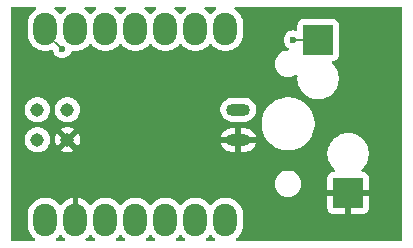
<source format=gbr>
G04 #@! TF.GenerationSoftware,KiCad,Pcbnew,8.0.6*
G04 #@! TF.CreationDate,2025-06-28T12:58:56+01:00*
G04 #@! TF.ProjectId,1x1,3178312e-6b69-4636-9164-5f7063625858,0.1*
G04 #@! TF.SameCoordinates,Original*
G04 #@! TF.FileFunction,Copper,L2,Bot*
G04 #@! TF.FilePolarity,Positive*
%FSLAX46Y46*%
G04 Gerber Fmt 4.6, Leading zero omitted, Abs format (unit mm)*
G04 Created by KiCad (PCBNEW 8.0.6) date 2025-06-28 12:58:56*
%MOMM*%
%LPD*%
G01*
G04 APERTURE LIST*
G04 #@! TA.AperFunction,SMDPad,CuDef*
%ADD10R,2.500000X2.550000*%
G04 #@! TD*
G04 #@! TA.AperFunction,SMDPad,CuDef*
%ADD11O,1.998980X2.748280*%
G04 #@! TD*
G04 #@! TA.AperFunction,SMDPad,CuDef*
%ADD12O,2.032000X1.016000*%
G04 #@! TD*
G04 #@! TA.AperFunction,SMDPad,CuDef*
%ADD13C,1.143000*%
G04 #@! TD*
G04 #@! TA.AperFunction,ViaPad*
%ADD14C,0.600000*%
G04 #@! TD*
G04 #@! TA.AperFunction,Conductor*
%ADD15C,0.200000*%
G04 #@! TD*
G04 APERTURE END LIST*
D10*
X117460000Y-54573000D03*
X120000000Y-67500000D03*
D11*
X94376066Y-53608000D03*
X96916066Y-53608000D03*
X99456066Y-53608000D03*
X101996066Y-53608000D03*
X104536066Y-53608000D03*
X107076066Y-53608000D03*
X109616066Y-53608000D03*
X109616066Y-69772560D03*
X107076066Y-69772560D03*
X104536066Y-69772560D03*
X101996066Y-69772560D03*
X99456066Y-69772560D03*
X96916066Y-69772560D03*
X94376066Y-69772560D03*
D12*
X110693886Y-60474880D03*
X110693886Y-63024880D03*
D13*
X93689699Y-60473683D03*
X93689699Y-63013683D03*
X96229699Y-60473683D03*
X96229699Y-63013683D03*
D14*
X115344066Y-54546000D03*
X95786066Y-55308000D03*
D15*
X94376066Y-53608000D02*
X94376066Y-53939266D01*
X94376066Y-53939266D02*
X95744800Y-55308000D01*
X95744800Y-55308000D02*
X95786066Y-55308000D01*
X115371066Y-54573000D02*
X117460000Y-54573000D01*
X115344066Y-54546000D02*
X115371066Y-54573000D01*
X96916066Y-53608000D02*
X96945816Y-53608000D01*
X101996066Y-53608000D02*
X102025816Y-53608000D01*
X99456066Y-53608000D02*
X99485816Y-53608000D01*
G04 #@! TA.AperFunction,Conductor*
G36*
X93558763Y-51764185D02*
G01*
X93604518Y-51816989D01*
X93614462Y-51886147D01*
X93585437Y-51949703D01*
X93564609Y-51968818D01*
X93398894Y-52089216D01*
X93398889Y-52089220D01*
X93231936Y-52256173D01*
X93231932Y-52256178D01*
X93093162Y-52447180D01*
X92985972Y-52657549D01*
X92913011Y-52882101D01*
X92876076Y-53115298D01*
X92876076Y-54100701D01*
X92913011Y-54333898D01*
X92985972Y-54558450D01*
X93059686Y-54703121D01*
X93070961Y-54725249D01*
X93093162Y-54768819D01*
X93231932Y-54959821D01*
X93231936Y-54959826D01*
X93398889Y-55126779D01*
X93398894Y-55126783D01*
X93466383Y-55175816D01*
X93589900Y-55265556D01*
X93719063Y-55331368D01*
X93800265Y-55372743D01*
X93800267Y-55372743D01*
X93800270Y-55372745D01*
X94024818Y-55445705D01*
X94258014Y-55482640D01*
X94258015Y-55482640D01*
X94494117Y-55482640D01*
X94494118Y-55482640D01*
X94727314Y-55445705D01*
X94844420Y-55407654D01*
X94914261Y-55405660D01*
X94974094Y-55441740D01*
X94999780Y-55484631D01*
X95000697Y-55487254D01*
X95000698Y-55487255D01*
X95017389Y-55534956D01*
X95060277Y-55657523D01*
X95099231Y-55719517D01*
X95156250Y-55810262D01*
X95283804Y-55937816D01*
X95436544Y-56033789D01*
X95598123Y-56090328D01*
X95606811Y-56093368D01*
X95606816Y-56093369D01*
X95786062Y-56113565D01*
X95786066Y-56113565D01*
X95786070Y-56113565D01*
X95965315Y-56093369D01*
X95965318Y-56093368D01*
X95965321Y-56093368D01*
X96135588Y-56033789D01*
X96288328Y-55937816D01*
X96415882Y-55810262D01*
X96511855Y-55657522D01*
X96550671Y-55546590D01*
X96591391Y-55489817D01*
X96656344Y-55464069D01*
X96687110Y-55465074D01*
X96733194Y-55472373D01*
X96798014Y-55482640D01*
X96798015Y-55482640D01*
X97034117Y-55482640D01*
X97034118Y-55482640D01*
X97267314Y-55445705D01*
X97491862Y-55372745D01*
X97702232Y-55265556D01*
X97893244Y-55126778D01*
X98060194Y-54959828D01*
X98085747Y-54924656D01*
X98141076Y-54881991D01*
X98210689Y-54876010D01*
X98272485Y-54908615D01*
X98286385Y-54924657D01*
X98311934Y-54959824D01*
X98478889Y-55126779D01*
X98478894Y-55126783D01*
X98546383Y-55175816D01*
X98669900Y-55265556D01*
X98799063Y-55331368D01*
X98880265Y-55372743D01*
X98880267Y-55372743D01*
X98880270Y-55372745D01*
X99104818Y-55445705D01*
X99338014Y-55482640D01*
X99338015Y-55482640D01*
X99574117Y-55482640D01*
X99574118Y-55482640D01*
X99807314Y-55445705D01*
X100031862Y-55372745D01*
X100242232Y-55265556D01*
X100433244Y-55126778D01*
X100600194Y-54959828D01*
X100625747Y-54924656D01*
X100681076Y-54881991D01*
X100750689Y-54876010D01*
X100812485Y-54908615D01*
X100826385Y-54924657D01*
X100851934Y-54959824D01*
X101018889Y-55126779D01*
X101018894Y-55126783D01*
X101086383Y-55175816D01*
X101209900Y-55265556D01*
X101339063Y-55331368D01*
X101420265Y-55372743D01*
X101420267Y-55372743D01*
X101420270Y-55372745D01*
X101644818Y-55445705D01*
X101878014Y-55482640D01*
X101878015Y-55482640D01*
X102114117Y-55482640D01*
X102114118Y-55482640D01*
X102347314Y-55445705D01*
X102571862Y-55372745D01*
X102782232Y-55265556D01*
X102973244Y-55126778D01*
X103140194Y-54959828D01*
X103165747Y-54924656D01*
X103221076Y-54881991D01*
X103290689Y-54876010D01*
X103352485Y-54908615D01*
X103366385Y-54924657D01*
X103391934Y-54959824D01*
X103558889Y-55126779D01*
X103558894Y-55126783D01*
X103626383Y-55175816D01*
X103749900Y-55265556D01*
X103879063Y-55331368D01*
X103960265Y-55372743D01*
X103960267Y-55372743D01*
X103960270Y-55372745D01*
X104184818Y-55445705D01*
X104418014Y-55482640D01*
X104418015Y-55482640D01*
X104654117Y-55482640D01*
X104654118Y-55482640D01*
X104887314Y-55445705D01*
X105111862Y-55372745D01*
X105322232Y-55265556D01*
X105513244Y-55126778D01*
X105680194Y-54959828D01*
X105705747Y-54924656D01*
X105761076Y-54881991D01*
X105830689Y-54876010D01*
X105892485Y-54908615D01*
X105906385Y-54924657D01*
X105931934Y-54959824D01*
X106098889Y-55126779D01*
X106098894Y-55126783D01*
X106166383Y-55175816D01*
X106289900Y-55265556D01*
X106419063Y-55331368D01*
X106500265Y-55372743D01*
X106500267Y-55372743D01*
X106500270Y-55372745D01*
X106724818Y-55445705D01*
X106958014Y-55482640D01*
X106958015Y-55482640D01*
X107194117Y-55482640D01*
X107194118Y-55482640D01*
X107427314Y-55445705D01*
X107651862Y-55372745D01*
X107862232Y-55265556D01*
X108053244Y-55126778D01*
X108220194Y-54959828D01*
X108245747Y-54924656D01*
X108301076Y-54881991D01*
X108370689Y-54876010D01*
X108432485Y-54908615D01*
X108446385Y-54924657D01*
X108471934Y-54959824D01*
X108638889Y-55126779D01*
X108638894Y-55126783D01*
X108706383Y-55175816D01*
X108829900Y-55265556D01*
X108959063Y-55331368D01*
X109040265Y-55372743D01*
X109040267Y-55372743D01*
X109040270Y-55372745D01*
X109264818Y-55445705D01*
X109498014Y-55482640D01*
X109498015Y-55482640D01*
X109734117Y-55482640D01*
X109734118Y-55482640D01*
X109967314Y-55445705D01*
X110191862Y-55372745D01*
X110402232Y-55265556D01*
X110593244Y-55126778D01*
X110760194Y-54959828D01*
X110898972Y-54768816D01*
X111006161Y-54558446D01*
X111079121Y-54333898D01*
X111116056Y-54100702D01*
X111116056Y-53115298D01*
X111079121Y-52882102D01*
X111006161Y-52657554D01*
X111006159Y-52657551D01*
X111006159Y-52657549D01*
X110967272Y-52581230D01*
X110898972Y-52447184D01*
X110881242Y-52422781D01*
X110760199Y-52256178D01*
X110760195Y-52256173D01*
X110593242Y-52089220D01*
X110593237Y-52089216D01*
X110427523Y-51968818D01*
X110384857Y-51913488D01*
X110378878Y-51843875D01*
X110411484Y-51782080D01*
X110472322Y-51747723D01*
X110500408Y-51744500D01*
X124457566Y-51744500D01*
X124524605Y-51764185D01*
X124570360Y-51816989D01*
X124581566Y-51868500D01*
X124581566Y-71447500D01*
X124561881Y-71514539D01*
X124509077Y-71560294D01*
X124457566Y-71571500D01*
X110589267Y-71571500D01*
X110522228Y-71551815D01*
X110476473Y-71499011D01*
X110466529Y-71429853D01*
X110495554Y-71366297D01*
X110516382Y-71347182D01*
X110593238Y-71291343D01*
X110593240Y-71291340D01*
X110593244Y-71291338D01*
X110760194Y-71124388D01*
X110898972Y-70933376D01*
X111006161Y-70723006D01*
X111079121Y-70498458D01*
X111116056Y-70265262D01*
X111116056Y-69279858D01*
X111079121Y-69046662D01*
X111006398Y-68822844D01*
X118250000Y-68822844D01*
X118256401Y-68882372D01*
X118256403Y-68882379D01*
X118306645Y-69017086D01*
X118306649Y-69017093D01*
X118392809Y-69132187D01*
X118392812Y-69132190D01*
X118507906Y-69218350D01*
X118507913Y-69218354D01*
X118642620Y-69268596D01*
X118642627Y-69268598D01*
X118702155Y-69274999D01*
X118702172Y-69275000D01*
X119750000Y-69275000D01*
X120250000Y-69275000D01*
X121297828Y-69275000D01*
X121297844Y-69274999D01*
X121357372Y-69268598D01*
X121357379Y-69268596D01*
X121492086Y-69218354D01*
X121492093Y-69218350D01*
X121607187Y-69132190D01*
X121607190Y-69132187D01*
X121693350Y-69017093D01*
X121693354Y-69017086D01*
X121743596Y-68882379D01*
X121743598Y-68882372D01*
X121749999Y-68822844D01*
X121750000Y-68822827D01*
X121750000Y-67750000D01*
X120250000Y-67750000D01*
X120250000Y-69275000D01*
X119750000Y-69275000D01*
X119750000Y-67750000D01*
X118250000Y-67750000D01*
X118250000Y-68822844D01*
X111006398Y-68822844D01*
X111006161Y-68822114D01*
X111006159Y-68822111D01*
X111006159Y-68822109D01*
X110967272Y-68745790D01*
X110898972Y-68611744D01*
X110881242Y-68587341D01*
X110760199Y-68420738D01*
X110760195Y-68420733D01*
X110593242Y-68253780D01*
X110593237Y-68253776D01*
X110402235Y-68115006D01*
X110402234Y-68115005D01*
X110402232Y-68115004D01*
X110336537Y-68081530D01*
X110191866Y-68007816D01*
X109967314Y-67934855D01*
X109734118Y-67897920D01*
X109498014Y-67897920D01*
X109381416Y-67916387D01*
X109264817Y-67934855D01*
X109040265Y-68007816D01*
X108829896Y-68115006D01*
X108638894Y-68253776D01*
X108638889Y-68253780D01*
X108471940Y-68420729D01*
X108471935Y-68420735D01*
X108446384Y-68455904D01*
X108391054Y-68498570D01*
X108321441Y-68504549D01*
X108259646Y-68471943D01*
X108245748Y-68455904D01*
X108220431Y-68421058D01*
X108220194Y-68420732D01*
X108053244Y-68253782D01*
X108053242Y-68253780D01*
X108053237Y-68253776D01*
X107862235Y-68115006D01*
X107862234Y-68115005D01*
X107862232Y-68115004D01*
X107796537Y-68081530D01*
X107651866Y-68007816D01*
X107427314Y-67934855D01*
X107194118Y-67897920D01*
X106958014Y-67897920D01*
X106841416Y-67916387D01*
X106724817Y-67934855D01*
X106500265Y-68007816D01*
X106289896Y-68115006D01*
X106098894Y-68253776D01*
X106098889Y-68253780D01*
X105931940Y-68420729D01*
X105931935Y-68420735D01*
X105906384Y-68455904D01*
X105851054Y-68498570D01*
X105781441Y-68504549D01*
X105719646Y-68471943D01*
X105705748Y-68455904D01*
X105680431Y-68421058D01*
X105680194Y-68420732D01*
X105513244Y-68253782D01*
X105513242Y-68253780D01*
X105513237Y-68253776D01*
X105322235Y-68115006D01*
X105322234Y-68115005D01*
X105322232Y-68115004D01*
X105256537Y-68081530D01*
X105111866Y-68007816D01*
X104887314Y-67934855D01*
X104654118Y-67897920D01*
X104418014Y-67897920D01*
X104301416Y-67916387D01*
X104184817Y-67934855D01*
X103960265Y-68007816D01*
X103749896Y-68115006D01*
X103558894Y-68253776D01*
X103558889Y-68253780D01*
X103391940Y-68420729D01*
X103391935Y-68420735D01*
X103366384Y-68455904D01*
X103311054Y-68498570D01*
X103241441Y-68504549D01*
X103179646Y-68471943D01*
X103165748Y-68455904D01*
X103140431Y-68421058D01*
X103140194Y-68420732D01*
X102973244Y-68253782D01*
X102973242Y-68253780D01*
X102973237Y-68253776D01*
X102782235Y-68115006D01*
X102782234Y-68115005D01*
X102782232Y-68115004D01*
X102716537Y-68081530D01*
X102571866Y-68007816D01*
X102347314Y-67934855D01*
X102114118Y-67897920D01*
X101878014Y-67897920D01*
X101761416Y-67916387D01*
X101644817Y-67934855D01*
X101420265Y-68007816D01*
X101209896Y-68115006D01*
X101018894Y-68253776D01*
X101018889Y-68253780D01*
X100851940Y-68420729D01*
X100851935Y-68420735D01*
X100826384Y-68455904D01*
X100771054Y-68498570D01*
X100701441Y-68504549D01*
X100639646Y-68471943D01*
X100625748Y-68455904D01*
X100600431Y-68421058D01*
X100600194Y-68420732D01*
X100433244Y-68253782D01*
X100433242Y-68253780D01*
X100433237Y-68253776D01*
X100242235Y-68115006D01*
X100242234Y-68115005D01*
X100242232Y-68115004D01*
X100176537Y-68081530D01*
X100031866Y-68007816D01*
X99807314Y-67934855D01*
X99574118Y-67897920D01*
X99338014Y-67897920D01*
X99221416Y-67916387D01*
X99104817Y-67934855D01*
X98880265Y-68007816D01*
X98669896Y-68115006D01*
X98478894Y-68253776D01*
X98478889Y-68253780D01*
X98311940Y-68420729D01*
X98311940Y-68420730D01*
X98311938Y-68420732D01*
X98286076Y-68456328D01*
X98286075Y-68456330D01*
X98230745Y-68498995D01*
X98161131Y-68504974D01*
X98099336Y-68472368D01*
X98085439Y-68456330D01*
X98059810Y-68421055D01*
X97892920Y-68254165D01*
X97701970Y-68115431D01*
X97491672Y-68008279D01*
X97267193Y-67935341D01*
X97166066Y-67919323D01*
X97166066Y-69898560D01*
X97146381Y-69965599D01*
X97093577Y-70011354D01*
X97042066Y-70022560D01*
X96790066Y-70022560D01*
X96723027Y-70002875D01*
X96677272Y-69950071D01*
X96666066Y-69898560D01*
X96666066Y-67919323D01*
X96564938Y-67935341D01*
X96340459Y-68008279D01*
X96130161Y-68115431D01*
X95939212Y-68254165D01*
X95939211Y-68254165D01*
X95772318Y-68421058D01*
X95746692Y-68456330D01*
X95691362Y-68498995D01*
X95621748Y-68504973D01*
X95559954Y-68472366D01*
X95546057Y-68456328D01*
X95520199Y-68420738D01*
X95520195Y-68420733D01*
X95353242Y-68253780D01*
X95353237Y-68253776D01*
X95162235Y-68115006D01*
X95162234Y-68115005D01*
X95162232Y-68115004D01*
X95096537Y-68081530D01*
X94951866Y-68007816D01*
X94727314Y-67934855D01*
X94494118Y-67897920D01*
X94258014Y-67897920D01*
X94141416Y-67916387D01*
X94024817Y-67934855D01*
X93800265Y-68007816D01*
X93589896Y-68115006D01*
X93398894Y-68253776D01*
X93398889Y-68253780D01*
X93231936Y-68420733D01*
X93231932Y-68420738D01*
X93093162Y-68611740D01*
X92985972Y-68822109D01*
X92913011Y-69046661D01*
X92876076Y-69279858D01*
X92876076Y-70265261D01*
X92913011Y-70498458D01*
X92985972Y-70723010D01*
X93093162Y-70933379D01*
X93231932Y-71124381D01*
X93231936Y-71124386D01*
X93398893Y-71291343D01*
X93475750Y-71347182D01*
X93518416Y-71402511D01*
X93524395Y-71472125D01*
X93491790Y-71533920D01*
X93430951Y-71568277D01*
X93402865Y-71571500D01*
X91584566Y-71571500D01*
X91517527Y-71551815D01*
X91471772Y-71499011D01*
X91460566Y-71447500D01*
X91460566Y-66649421D01*
X113794500Y-66649421D01*
X113794500Y-66826578D01*
X113822214Y-67001556D01*
X113876956Y-67170039D01*
X113876957Y-67170042D01*
X113957386Y-67327890D01*
X114061517Y-67471214D01*
X114186786Y-67596483D01*
X114330110Y-67700614D01*
X114407529Y-67740061D01*
X114487957Y-67781042D01*
X114487960Y-67781043D01*
X114572201Y-67808414D01*
X114656445Y-67835786D01*
X114831421Y-67863500D01*
X114831422Y-67863500D01*
X115008578Y-67863500D01*
X115008579Y-67863500D01*
X115183555Y-67835786D01*
X115352042Y-67781042D01*
X115509890Y-67700614D01*
X115653214Y-67596483D01*
X115778483Y-67471214D01*
X115882614Y-67327890D01*
X115963042Y-67170042D01*
X116017786Y-67001555D01*
X116045500Y-66826579D01*
X116045500Y-66649421D01*
X116017786Y-66474445D01*
X115963042Y-66305958D01*
X115963042Y-66305957D01*
X115882613Y-66148109D01*
X115778483Y-66004786D01*
X115653214Y-65879517D01*
X115509890Y-65775386D01*
X115501957Y-65771344D01*
X115352042Y-65694957D01*
X115352039Y-65694956D01*
X115183556Y-65640214D01*
X115096067Y-65626357D01*
X115008579Y-65612500D01*
X114831421Y-65612500D01*
X114773095Y-65621738D01*
X114656443Y-65640214D01*
X114487960Y-65694956D01*
X114487957Y-65694957D01*
X114330109Y-65775386D01*
X114248338Y-65834796D01*
X114186786Y-65879517D01*
X114186784Y-65879519D01*
X114186783Y-65879519D01*
X114061519Y-66004783D01*
X114061519Y-66004784D01*
X114061517Y-66004786D01*
X114016796Y-66066338D01*
X113957386Y-66148109D01*
X113876957Y-66305957D01*
X113876956Y-66305960D01*
X113822214Y-66474443D01*
X113794500Y-66649421D01*
X91460566Y-66649421D01*
X91460566Y-63013682D01*
X92613106Y-63013682D01*
X92613106Y-63013683D01*
X92631436Y-63211505D01*
X92631437Y-63211508D01*
X92685803Y-63402588D01*
X92685806Y-63402594D01*
X92774361Y-63580436D01*
X92894088Y-63738981D01*
X92969626Y-63807842D01*
X93040907Y-63872823D01*
X93209820Y-63977410D01*
X93395075Y-64049178D01*
X93590364Y-64085683D01*
X93590367Y-64085683D01*
X93789031Y-64085683D01*
X93789034Y-64085683D01*
X93984323Y-64049178D01*
X94169578Y-63977410D01*
X94250639Y-63927219D01*
X95669714Y-63927219D01*
X95669714Y-63927220D01*
X95750040Y-63976957D01*
X95750047Y-63976960D01*
X95935210Y-64048692D01*
X95935215Y-64048693D01*
X96130412Y-64085183D01*
X96328986Y-64085183D01*
X96339283Y-64083258D01*
X118249500Y-64083258D01*
X118249500Y-64312741D01*
X118274446Y-64502215D01*
X118279452Y-64540238D01*
X118279453Y-64540240D01*
X118338842Y-64761887D01*
X118426650Y-64973876D01*
X118426657Y-64973890D01*
X118541392Y-65172617D01*
X118681081Y-65354661D01*
X118681089Y-65354670D01*
X118839738Y-65513319D01*
X118873223Y-65574642D01*
X118868239Y-65644334D01*
X118826367Y-65700267D01*
X118760903Y-65724684D01*
X118752057Y-65725000D01*
X118702155Y-65725000D01*
X118642627Y-65731401D01*
X118642620Y-65731403D01*
X118507913Y-65781645D01*
X118507906Y-65781649D01*
X118392812Y-65867809D01*
X118392809Y-65867812D01*
X118306649Y-65982906D01*
X118306645Y-65982913D01*
X118256403Y-66117620D01*
X118256401Y-66117627D01*
X118250000Y-66177155D01*
X118250000Y-67250000D01*
X121750000Y-67250000D01*
X121750000Y-66177172D01*
X121749999Y-66177155D01*
X121743598Y-66117627D01*
X121743596Y-66117620D01*
X121693354Y-65982913D01*
X121693350Y-65982906D01*
X121607190Y-65867812D01*
X121607187Y-65867809D01*
X121492093Y-65781649D01*
X121492086Y-65781645D01*
X121357379Y-65731403D01*
X121357372Y-65731401D01*
X121297844Y-65725000D01*
X121247943Y-65725000D01*
X121180904Y-65705315D01*
X121135149Y-65652511D01*
X121125205Y-65583353D01*
X121154230Y-65519797D01*
X121160262Y-65513319D01*
X121318911Y-65354670D01*
X121318914Y-65354665D01*
X121318919Y-65354661D01*
X121458611Y-65172612D01*
X121573344Y-64973888D01*
X121661158Y-64761887D01*
X121720548Y-64540238D01*
X121750500Y-64312734D01*
X121750500Y-64083266D01*
X121720548Y-63855762D01*
X121661158Y-63634113D01*
X121573344Y-63422112D01*
X121458611Y-63223388D01*
X121458608Y-63223385D01*
X121458607Y-63223382D01*
X121318918Y-63041338D01*
X121318911Y-63041330D01*
X121156670Y-62879089D01*
X121156661Y-62879081D01*
X120974617Y-62739392D01*
X120775890Y-62624657D01*
X120775876Y-62624650D01*
X120563887Y-62536842D01*
X120342238Y-62477452D01*
X120304215Y-62472446D01*
X120114741Y-62447500D01*
X120114734Y-62447500D01*
X119885266Y-62447500D01*
X119885258Y-62447500D01*
X119668715Y-62476009D01*
X119657762Y-62477452D01*
X119564076Y-62502554D01*
X119436112Y-62536842D01*
X119224123Y-62624650D01*
X119224109Y-62624657D01*
X119025382Y-62739392D01*
X118843338Y-62879081D01*
X118681081Y-63041338D01*
X118541392Y-63223382D01*
X118426657Y-63422109D01*
X118426650Y-63422123D01*
X118338842Y-63634112D01*
X118279453Y-63855759D01*
X118279451Y-63855770D01*
X118249500Y-64083258D01*
X96339283Y-64083258D01*
X96524182Y-64048693D01*
X96524183Y-64048693D01*
X96709353Y-63976958D01*
X96709363Y-63976953D01*
X96789682Y-63927220D01*
X96789683Y-63927219D01*
X96229700Y-63367236D01*
X96229699Y-63367236D01*
X95669714Y-63927219D01*
X94250639Y-63927219D01*
X94338491Y-63872823D01*
X94485311Y-63738979D01*
X94605037Y-63580436D01*
X94693592Y-63402593D01*
X94693592Y-63402590D01*
X94693594Y-63402588D01*
X94724724Y-63293174D01*
X94747961Y-63211506D01*
X94766292Y-63013683D01*
X94766292Y-63013682D01*
X95153609Y-63013682D01*
X95153609Y-63013683D01*
X95171930Y-63211413D01*
X95226274Y-63402409D01*
X95226279Y-63402422D01*
X95313082Y-63576745D01*
X95313083Y-63576745D01*
X95876146Y-63013683D01*
X95876145Y-63013682D01*
X96583252Y-63013682D01*
X96583252Y-63013683D01*
X97146313Y-63576744D01*
X97146314Y-63576744D01*
X97233120Y-63402416D01*
X97233126Y-63402401D01*
X97269409Y-63274880D01*
X109207866Y-63274880D01*
X109216621Y-63318897D01*
X109216623Y-63318903D01*
X109292606Y-63502344D01*
X109292611Y-63502353D01*
X109402920Y-63667441D01*
X109402923Y-63667445D01*
X109543320Y-63807842D01*
X109543324Y-63807845D01*
X109708412Y-63918154D01*
X109708421Y-63918159D01*
X109891862Y-63994142D01*
X109891870Y-63994144D01*
X110086602Y-64032879D01*
X110086605Y-64032880D01*
X110443886Y-64032880D01*
X110943886Y-64032880D01*
X111301167Y-64032880D01*
X111301169Y-64032879D01*
X111495901Y-63994144D01*
X111495909Y-63994142D01*
X111679350Y-63918159D01*
X111679359Y-63918154D01*
X111844447Y-63807845D01*
X111844451Y-63807842D01*
X111984848Y-63667445D01*
X111984851Y-63667441D01*
X112095160Y-63502353D01*
X112095165Y-63502344D01*
X112171148Y-63318903D01*
X112171150Y-63318897D01*
X112179906Y-63274880D01*
X110943886Y-63274880D01*
X110943886Y-64032880D01*
X110443886Y-64032880D01*
X110443886Y-63274880D01*
X109207866Y-63274880D01*
X97269409Y-63274880D01*
X97287466Y-63211415D01*
X97287467Y-63211413D01*
X97305789Y-63013683D01*
X97305789Y-63013682D01*
X97287467Y-62815952D01*
X97287466Y-62815950D01*
X97275780Y-62774879D01*
X109207865Y-62774879D01*
X109207866Y-62774880D01*
X110443886Y-62774880D01*
X110943886Y-62774880D01*
X112179906Y-62774880D01*
X112179906Y-62774879D01*
X112171150Y-62730862D01*
X112171148Y-62730856D01*
X112095165Y-62547415D01*
X112095160Y-62547406D01*
X111984851Y-62382318D01*
X111984848Y-62382314D01*
X111844451Y-62241917D01*
X111844447Y-62241914D01*
X111679359Y-62131605D01*
X111679350Y-62131600D01*
X111495909Y-62055617D01*
X111495901Y-62055615D01*
X111301168Y-62016880D01*
X110943886Y-62016880D01*
X110943886Y-62774880D01*
X110443886Y-62774880D01*
X110443886Y-62016880D01*
X110086604Y-62016880D01*
X109891870Y-62055615D01*
X109891862Y-62055617D01*
X109708421Y-62131600D01*
X109708412Y-62131605D01*
X109543324Y-62241914D01*
X109543320Y-62241917D01*
X109402923Y-62382314D01*
X109402920Y-62382318D01*
X109292611Y-62547406D01*
X109292606Y-62547415D01*
X109216623Y-62730856D01*
X109216621Y-62730862D01*
X109207865Y-62774879D01*
X97275780Y-62774879D01*
X97233126Y-62624964D01*
X97233120Y-62624949D01*
X97146314Y-62450620D01*
X97146313Y-62450620D01*
X96583252Y-63013682D01*
X95876145Y-63013682D01*
X95313082Y-62450619D01*
X95226279Y-62624943D01*
X95226274Y-62624956D01*
X95171930Y-62815952D01*
X95153609Y-63013682D01*
X94766292Y-63013682D01*
X94747961Y-62815860D01*
X94723777Y-62730862D01*
X94693594Y-62624777D01*
X94693591Y-62624771D01*
X94655068Y-62547406D01*
X94605037Y-62446930D01*
X94485311Y-62288387D01*
X94485309Y-62288384D01*
X94338492Y-62154544D01*
X94338491Y-62154543D01*
X94250636Y-62100145D01*
X95669713Y-62100145D01*
X96229699Y-62660130D01*
X96229700Y-62660130D01*
X96789683Y-62100145D01*
X96709354Y-62050407D01*
X96709350Y-62050405D01*
X96524187Y-61978673D01*
X96524182Y-61978672D01*
X96328986Y-61942183D01*
X96130412Y-61942183D01*
X95935215Y-61978672D01*
X95935210Y-61978673D01*
X95750049Y-62050404D01*
X95750040Y-62050408D01*
X95669714Y-62100144D01*
X95669713Y-62100145D01*
X94250636Y-62100145D01*
X94250634Y-62100144D01*
X94169579Y-62049956D01*
X94169577Y-62049955D01*
X93984326Y-61978189D01*
X93984325Y-61978188D01*
X93984323Y-61978188D01*
X93789034Y-61941683D01*
X93590364Y-61941683D01*
X93395075Y-61978188D01*
X93395073Y-61978188D01*
X93395071Y-61978189D01*
X93209820Y-62049955D01*
X93209818Y-62049956D01*
X93040905Y-62154544D01*
X92894088Y-62288384D01*
X92774361Y-62446929D01*
X92685806Y-62624771D01*
X92685803Y-62624777D01*
X92631437Y-62815857D01*
X92631436Y-62815860D01*
X92613106Y-63013682D01*
X91460566Y-63013682D01*
X91460566Y-60473682D01*
X92613106Y-60473682D01*
X92613106Y-60473683D01*
X92631436Y-60671505D01*
X92631437Y-60671508D01*
X92685803Y-60862588D01*
X92685806Y-60862594D01*
X92774361Y-61040436D01*
X92894088Y-61198981D01*
X93020392Y-61314121D01*
X93040907Y-61332823D01*
X93209820Y-61437410D01*
X93395075Y-61509178D01*
X93590364Y-61545683D01*
X93590367Y-61545683D01*
X93789031Y-61545683D01*
X93789034Y-61545683D01*
X93984323Y-61509178D01*
X94169578Y-61437410D01*
X94338491Y-61332823D01*
X94485311Y-61198979D01*
X94605037Y-61040436D01*
X94693592Y-60862593D01*
X94693592Y-60862590D01*
X94693594Y-60862588D01*
X94747960Y-60671508D01*
X94747961Y-60671505D01*
X94756977Y-60574213D01*
X94766292Y-60473683D01*
X94766292Y-60473682D01*
X95153106Y-60473682D01*
X95153106Y-60473683D01*
X95171436Y-60671505D01*
X95171437Y-60671508D01*
X95225803Y-60862588D01*
X95225806Y-60862594D01*
X95314361Y-61040436D01*
X95434088Y-61198981D01*
X95560392Y-61314121D01*
X95580907Y-61332823D01*
X95749820Y-61437410D01*
X95935075Y-61509178D01*
X96130364Y-61545683D01*
X96130367Y-61545683D01*
X96329031Y-61545683D01*
X96329034Y-61545683D01*
X96515111Y-61510900D01*
X112675600Y-61510900D01*
X112675600Y-61805099D01*
X112675601Y-61805116D01*
X112714001Y-62096796D01*
X112790152Y-62380994D01*
X112902734Y-62652794D01*
X112902742Y-62652810D01*
X113049840Y-62907589D01*
X113049851Y-62907605D01*
X113228948Y-63141009D01*
X113228954Y-63141016D01*
X113436983Y-63349045D01*
X113436990Y-63349051D01*
X113603205Y-63476592D01*
X113670403Y-63528155D01*
X113670410Y-63528159D01*
X113925189Y-63675257D01*
X113925205Y-63675265D01*
X114197005Y-63787847D01*
X114197007Y-63787847D01*
X114197013Y-63787850D01*
X114481200Y-63863998D01*
X114772894Y-63902400D01*
X114772901Y-63902400D01*
X115067099Y-63902400D01*
X115067106Y-63902400D01*
X115358800Y-63863998D01*
X115642987Y-63787850D01*
X115760973Y-63738979D01*
X115914794Y-63675265D01*
X115914797Y-63675263D01*
X115914803Y-63675261D01*
X116169597Y-63528155D01*
X116403011Y-63349050D01*
X116611050Y-63141011D01*
X116790155Y-62907597D01*
X116937261Y-62652803D01*
X116948799Y-62624949D01*
X117049847Y-62380994D01*
X117049846Y-62380994D01*
X117049850Y-62380987D01*
X117125998Y-62096800D01*
X117164400Y-61805106D01*
X117164400Y-61510894D01*
X117125998Y-61219200D01*
X117049850Y-60935013D01*
X117049847Y-60935005D01*
X116937265Y-60663205D01*
X116937257Y-60663189D01*
X116790159Y-60408410D01*
X116790155Y-60408403D01*
X116611050Y-60174989D01*
X116611045Y-60174983D01*
X116403016Y-59966954D01*
X116403009Y-59966948D01*
X116169605Y-59787851D01*
X116169603Y-59787849D01*
X116169597Y-59787845D01*
X116169592Y-59787842D01*
X116169589Y-59787840D01*
X115914810Y-59640742D01*
X115914794Y-59640734D01*
X115642994Y-59528152D01*
X115575082Y-59509955D01*
X115358800Y-59452002D01*
X115358799Y-59452001D01*
X115358796Y-59452001D01*
X115067116Y-59413601D01*
X115067111Y-59413600D01*
X115067106Y-59413600D01*
X114772894Y-59413600D01*
X114772888Y-59413600D01*
X114772883Y-59413601D01*
X114481203Y-59452001D01*
X114197005Y-59528152D01*
X113925205Y-59640734D01*
X113925189Y-59640742D01*
X113670410Y-59787840D01*
X113670394Y-59787851D01*
X113436990Y-59966948D01*
X113436983Y-59966954D01*
X113228954Y-60174983D01*
X113228948Y-60174990D01*
X113049851Y-60408394D01*
X113049840Y-60408410D01*
X112902742Y-60663189D01*
X112902734Y-60663205D01*
X112790152Y-60935005D01*
X112714001Y-61219203D01*
X112675601Y-61510883D01*
X112675600Y-61510900D01*
X96515111Y-61510900D01*
X96524323Y-61509178D01*
X96709578Y-61437410D01*
X96878491Y-61332823D01*
X97025311Y-61198979D01*
X97145037Y-61040436D01*
X97233592Y-60862593D01*
X97233592Y-60862590D01*
X97233594Y-60862588D01*
X97287960Y-60671508D01*
X97287961Y-60671505D01*
X97296977Y-60574213D01*
X97306292Y-60473683D01*
X97297198Y-60375546D01*
X109177386Y-60375546D01*
X109177386Y-60574213D01*
X109216140Y-60769041D01*
X109216142Y-60769049D01*
X109292163Y-60952581D01*
X109292168Y-60952590D01*
X109402532Y-61117760D01*
X109402535Y-61117764D01*
X109543001Y-61258230D01*
X109543005Y-61258233D01*
X109708175Y-61368597D01*
X109708181Y-61368600D01*
X109708182Y-61368601D01*
X109891717Y-61444624D01*
X110086552Y-61483379D01*
X110086556Y-61483380D01*
X110086557Y-61483380D01*
X111301216Y-61483380D01*
X111301217Y-61483379D01*
X111496055Y-61444624D01*
X111679590Y-61368601D01*
X111844767Y-61258233D01*
X111985239Y-61117761D01*
X112095607Y-60952584D01*
X112171630Y-60769049D01*
X112210386Y-60574209D01*
X112210386Y-60375551D01*
X112171630Y-60180711D01*
X112095607Y-59997176D01*
X112095606Y-59997175D01*
X112095603Y-59997169D01*
X111985239Y-59831999D01*
X111985236Y-59831995D01*
X111844770Y-59691529D01*
X111844766Y-59691526D01*
X111679596Y-59581162D01*
X111679587Y-59581157D01*
X111496055Y-59505136D01*
X111496047Y-59505134D01*
X111301219Y-59466380D01*
X111301215Y-59466380D01*
X110086557Y-59466380D01*
X110086552Y-59466380D01*
X109891724Y-59505134D01*
X109891716Y-59505136D01*
X109708184Y-59581157D01*
X109708175Y-59581162D01*
X109543005Y-59691526D01*
X109543001Y-59691529D01*
X109402535Y-59831995D01*
X109402532Y-59831999D01*
X109292168Y-59997169D01*
X109292163Y-59997178D01*
X109216142Y-60180710D01*
X109216140Y-60180718D01*
X109177386Y-60375546D01*
X97297198Y-60375546D01*
X97287961Y-60275860D01*
X97260889Y-60180711D01*
X97233594Y-60084777D01*
X97233591Y-60084771D01*
X97189974Y-59997176D01*
X97145037Y-59906930D01*
X97055108Y-59787845D01*
X97025309Y-59748384D01*
X96878492Y-59614544D01*
X96878491Y-59614543D01*
X96804204Y-59568546D01*
X96709579Y-59509956D01*
X96709577Y-59509955D01*
X96524326Y-59438189D01*
X96524325Y-59438188D01*
X96524323Y-59438188D01*
X96329034Y-59401683D01*
X96130364Y-59401683D01*
X95935075Y-59438188D01*
X95935073Y-59438188D01*
X95935071Y-59438189D01*
X95749820Y-59509955D01*
X95749818Y-59509956D01*
X95580905Y-59614544D01*
X95434088Y-59748384D01*
X95314361Y-59906929D01*
X95225806Y-60084771D01*
X95225803Y-60084777D01*
X95171437Y-60275857D01*
X95171436Y-60275860D01*
X95153106Y-60473682D01*
X94766292Y-60473682D01*
X94747961Y-60275860D01*
X94720889Y-60180711D01*
X94693594Y-60084777D01*
X94693591Y-60084771D01*
X94649974Y-59997176D01*
X94605037Y-59906930D01*
X94515108Y-59787845D01*
X94485309Y-59748384D01*
X94338492Y-59614544D01*
X94338491Y-59614543D01*
X94264204Y-59568546D01*
X94169579Y-59509956D01*
X94169577Y-59509955D01*
X93984326Y-59438189D01*
X93984325Y-59438188D01*
X93984323Y-59438188D01*
X93789034Y-59401683D01*
X93590364Y-59401683D01*
X93395075Y-59438188D01*
X93395073Y-59438188D01*
X93395071Y-59438189D01*
X93209820Y-59509955D01*
X93209818Y-59509956D01*
X93040905Y-59614544D01*
X92894088Y-59748384D01*
X92774361Y-59906929D01*
X92685806Y-60084771D01*
X92685803Y-60084777D01*
X92631437Y-60275857D01*
X92631436Y-60275860D01*
X92613106Y-60473682D01*
X91460566Y-60473682D01*
X91460566Y-56489421D01*
X113794500Y-56489421D01*
X113794500Y-56666578D01*
X113822214Y-56841556D01*
X113876956Y-57010039D01*
X113876957Y-57010042D01*
X113957386Y-57167890D01*
X114061517Y-57311214D01*
X114186786Y-57436483D01*
X114330110Y-57540614D01*
X114407529Y-57580061D01*
X114487957Y-57621042D01*
X114487960Y-57621043D01*
X114572201Y-57648414D01*
X114656445Y-57675786D01*
X114831421Y-57703500D01*
X114831422Y-57703500D01*
X115008578Y-57703500D01*
X115008579Y-57703500D01*
X115183555Y-57675786D01*
X115352042Y-57621042D01*
X115509890Y-57540614D01*
X115525161Y-57529518D01*
X115590964Y-57506038D01*
X115659018Y-57521862D01*
X115707715Y-57571966D01*
X115721592Y-57640443D01*
X115720986Y-57646022D01*
X115709500Y-57733258D01*
X115709500Y-57962741D01*
X115734446Y-58152215D01*
X115739452Y-58190238D01*
X115739453Y-58190240D01*
X115798842Y-58411887D01*
X115886650Y-58623876D01*
X115886657Y-58623890D01*
X116001392Y-58822617D01*
X116141081Y-59004661D01*
X116141089Y-59004670D01*
X116303330Y-59166911D01*
X116303338Y-59166918D01*
X116485382Y-59306607D01*
X116485385Y-59306608D01*
X116485388Y-59306611D01*
X116684112Y-59421344D01*
X116684117Y-59421346D01*
X116684123Y-59421349D01*
X116775480Y-59459190D01*
X116896113Y-59509158D01*
X117117762Y-59568548D01*
X117345266Y-59598500D01*
X117345273Y-59598500D01*
X117574727Y-59598500D01*
X117574734Y-59598500D01*
X117802238Y-59568548D01*
X118023887Y-59509158D01*
X118235888Y-59421344D01*
X118434612Y-59306611D01*
X118616661Y-59166919D01*
X118616665Y-59166914D01*
X118616670Y-59166911D01*
X118778911Y-59004670D01*
X118778914Y-59004665D01*
X118778919Y-59004661D01*
X118918611Y-58822612D01*
X119033344Y-58623888D01*
X119121158Y-58411887D01*
X119180548Y-58190238D01*
X119210500Y-57962734D01*
X119210500Y-57733266D01*
X119180548Y-57505762D01*
X119121158Y-57284113D01*
X119033344Y-57072112D01*
X118918611Y-56873388D01*
X118918608Y-56873385D01*
X118918607Y-56873382D01*
X118778918Y-56691338D01*
X118778911Y-56691330D01*
X118647761Y-56560180D01*
X118614276Y-56498857D01*
X118619260Y-56429165D01*
X118661132Y-56373232D01*
X118726596Y-56348815D01*
X118735442Y-56348499D01*
X118757871Y-56348499D01*
X118757872Y-56348499D01*
X118817483Y-56342091D01*
X118952331Y-56291796D01*
X119067546Y-56205546D01*
X119153796Y-56090331D01*
X119204091Y-55955483D01*
X119210500Y-55895873D01*
X119210499Y-53250128D01*
X119204091Y-53190517D01*
X119153796Y-53055669D01*
X119153795Y-53055668D01*
X119153793Y-53055664D01*
X119067547Y-52940455D01*
X119067544Y-52940452D01*
X118952335Y-52854206D01*
X118952328Y-52854202D01*
X118817482Y-52803908D01*
X118817483Y-52803908D01*
X118757883Y-52797501D01*
X118757881Y-52797500D01*
X118757873Y-52797500D01*
X118757864Y-52797500D01*
X116162129Y-52797500D01*
X116162123Y-52797501D01*
X116102516Y-52803908D01*
X115967671Y-52854202D01*
X115967664Y-52854206D01*
X115852455Y-52940452D01*
X115852452Y-52940455D01*
X115766206Y-53055664D01*
X115766202Y-53055671D01*
X115715908Y-53190517D01*
X115709501Y-53250116D01*
X115709501Y-53250123D01*
X115709500Y-53250135D01*
X115709500Y-53651016D01*
X115689815Y-53718055D01*
X115637011Y-53763810D01*
X115567853Y-53773754D01*
X115544548Y-53768058D01*
X115523330Y-53760634D01*
X115523315Y-53760630D01*
X115344070Y-53740435D01*
X115344062Y-53740435D01*
X115164816Y-53760630D01*
X115164811Y-53760631D01*
X114994542Y-53820211D01*
X114841803Y-53916184D01*
X114714250Y-54043737D01*
X114618277Y-54196476D01*
X114558697Y-54366745D01*
X114558696Y-54366750D01*
X114538501Y-54545996D01*
X114538501Y-54546003D01*
X114558696Y-54725249D01*
X114558697Y-54725254D01*
X114618277Y-54895523D01*
X114658682Y-54959826D01*
X114714250Y-55048262D01*
X114841804Y-55175816D01*
X114904598Y-55215272D01*
X114917702Y-55223506D01*
X114963993Y-55275841D01*
X114974641Y-55344895D01*
X114946266Y-55408743D01*
X114887876Y-55447115D01*
X114851730Y-55452500D01*
X114831421Y-55452500D01*
X114773095Y-55461738D01*
X114656443Y-55480214D01*
X114487960Y-55534956D01*
X114487957Y-55534957D01*
X114330109Y-55615386D01*
X114272113Y-55657523D01*
X114186786Y-55719517D01*
X114186784Y-55719519D01*
X114186783Y-55719519D01*
X114061519Y-55844783D01*
X114061519Y-55844784D01*
X114061517Y-55844786D01*
X114024407Y-55895864D01*
X113957386Y-55988109D01*
X113876957Y-56145957D01*
X113876956Y-56145960D01*
X113822214Y-56314443D01*
X113794500Y-56489421D01*
X91460566Y-56489421D01*
X91460566Y-51868500D01*
X91480251Y-51801461D01*
X91533055Y-51755706D01*
X91584566Y-51744500D01*
X93491724Y-51744500D01*
X93558763Y-51764185D01*
G37*
G04 #@! TD.AperFunction*
G04 #@! TA.AperFunction,NonConductor*
G36*
X108798763Y-51764185D02*
G01*
X108844518Y-51816989D01*
X108854462Y-51886147D01*
X108825437Y-51949703D01*
X108804609Y-51968818D01*
X108638894Y-52089216D01*
X108638889Y-52089220D01*
X108471940Y-52256169D01*
X108471935Y-52256175D01*
X108446384Y-52291344D01*
X108391054Y-52334010D01*
X108321441Y-52339989D01*
X108259646Y-52307383D01*
X108245748Y-52291344D01*
X108220196Y-52256175D01*
X108220194Y-52256172D01*
X108053244Y-52089222D01*
X108053242Y-52089220D01*
X108053237Y-52089216D01*
X107887523Y-51968818D01*
X107844857Y-51913488D01*
X107838878Y-51843875D01*
X107871484Y-51782080D01*
X107932322Y-51747723D01*
X107960408Y-51744500D01*
X108731724Y-51744500D01*
X108798763Y-51764185D01*
G37*
G04 #@! TD.AperFunction*
G04 #@! TA.AperFunction,NonConductor*
G36*
X106258763Y-51764185D02*
G01*
X106304518Y-51816989D01*
X106314462Y-51886147D01*
X106285437Y-51949703D01*
X106264609Y-51968818D01*
X106098894Y-52089216D01*
X106098889Y-52089220D01*
X105931940Y-52256169D01*
X105931935Y-52256175D01*
X105906384Y-52291344D01*
X105851054Y-52334010D01*
X105781441Y-52339989D01*
X105719646Y-52307383D01*
X105705748Y-52291344D01*
X105680196Y-52256175D01*
X105680194Y-52256172D01*
X105513244Y-52089222D01*
X105513242Y-52089220D01*
X105513237Y-52089216D01*
X105347523Y-51968818D01*
X105304857Y-51913488D01*
X105298878Y-51843875D01*
X105331484Y-51782080D01*
X105392322Y-51747723D01*
X105420408Y-51744500D01*
X106191724Y-51744500D01*
X106258763Y-51764185D01*
G37*
G04 #@! TD.AperFunction*
G04 #@! TA.AperFunction,NonConductor*
G36*
X103718763Y-51764185D02*
G01*
X103764518Y-51816989D01*
X103774462Y-51886147D01*
X103745437Y-51949703D01*
X103724609Y-51968818D01*
X103558894Y-52089216D01*
X103558889Y-52089220D01*
X103391940Y-52256169D01*
X103391935Y-52256175D01*
X103366384Y-52291344D01*
X103311054Y-52334010D01*
X103241441Y-52339989D01*
X103179646Y-52307383D01*
X103165748Y-52291344D01*
X103140196Y-52256175D01*
X103140194Y-52256172D01*
X102973244Y-52089222D01*
X102973242Y-52089220D01*
X102973237Y-52089216D01*
X102807523Y-51968818D01*
X102764857Y-51913488D01*
X102758878Y-51843875D01*
X102791484Y-51782080D01*
X102852322Y-51747723D01*
X102880408Y-51744500D01*
X103651724Y-51744500D01*
X103718763Y-51764185D01*
G37*
G04 #@! TD.AperFunction*
G04 #@! TA.AperFunction,NonConductor*
G36*
X101178763Y-51764185D02*
G01*
X101224518Y-51816989D01*
X101234462Y-51886147D01*
X101205437Y-51949703D01*
X101184609Y-51968818D01*
X101018894Y-52089216D01*
X101018889Y-52089220D01*
X100851940Y-52256169D01*
X100851935Y-52256175D01*
X100826384Y-52291344D01*
X100771054Y-52334010D01*
X100701441Y-52339989D01*
X100639646Y-52307383D01*
X100625748Y-52291344D01*
X100600196Y-52256175D01*
X100600194Y-52256172D01*
X100433244Y-52089222D01*
X100433242Y-52089220D01*
X100433237Y-52089216D01*
X100267523Y-51968818D01*
X100224857Y-51913488D01*
X100218878Y-51843875D01*
X100251484Y-51782080D01*
X100312322Y-51747723D01*
X100340408Y-51744500D01*
X101111724Y-51744500D01*
X101178763Y-51764185D01*
G37*
G04 #@! TD.AperFunction*
G04 #@! TA.AperFunction,NonConductor*
G36*
X98638763Y-51764185D02*
G01*
X98684518Y-51816989D01*
X98694462Y-51886147D01*
X98665437Y-51949703D01*
X98644609Y-51968818D01*
X98478894Y-52089216D01*
X98478889Y-52089220D01*
X98311940Y-52256169D01*
X98311935Y-52256175D01*
X98286384Y-52291344D01*
X98231054Y-52334010D01*
X98161441Y-52339989D01*
X98099646Y-52307383D01*
X98085748Y-52291344D01*
X98060196Y-52256175D01*
X98060194Y-52256172D01*
X97893244Y-52089222D01*
X97893242Y-52089220D01*
X97893237Y-52089216D01*
X97727523Y-51968818D01*
X97684857Y-51913488D01*
X97678878Y-51843875D01*
X97711484Y-51782080D01*
X97772322Y-51747723D01*
X97800408Y-51744500D01*
X98571724Y-51744500D01*
X98638763Y-51764185D01*
G37*
G04 #@! TD.AperFunction*
G04 #@! TA.AperFunction,NonConductor*
G36*
X96098763Y-51764185D02*
G01*
X96144518Y-51816989D01*
X96154462Y-51886147D01*
X96125437Y-51949703D01*
X96104609Y-51968818D01*
X95938894Y-52089216D01*
X95938889Y-52089220D01*
X95771940Y-52256169D01*
X95771935Y-52256175D01*
X95746384Y-52291344D01*
X95691054Y-52334010D01*
X95621441Y-52339989D01*
X95559646Y-52307383D01*
X95545748Y-52291344D01*
X95520196Y-52256175D01*
X95520194Y-52256172D01*
X95353244Y-52089222D01*
X95353242Y-52089220D01*
X95353237Y-52089216D01*
X95187523Y-51968818D01*
X95144857Y-51913488D01*
X95138878Y-51843875D01*
X95171484Y-51782080D01*
X95232322Y-51747723D01*
X95260408Y-51744500D01*
X96031724Y-51744500D01*
X96098763Y-51764185D01*
G37*
G04 #@! TD.AperFunction*
G04 #@! TA.AperFunction,NonConductor*
G36*
X108432485Y-71073175D02*
G01*
X108446385Y-71089217D01*
X108471934Y-71124384D01*
X108638893Y-71291343D01*
X108715750Y-71347182D01*
X108758416Y-71402511D01*
X108764395Y-71472125D01*
X108731790Y-71533920D01*
X108670951Y-71568277D01*
X108642865Y-71571500D01*
X108049267Y-71571500D01*
X107982228Y-71551815D01*
X107936473Y-71499011D01*
X107926529Y-71429853D01*
X107955554Y-71366297D01*
X107976382Y-71347182D01*
X108053238Y-71291343D01*
X108053240Y-71291340D01*
X108053244Y-71291338D01*
X108220194Y-71124388D01*
X108245747Y-71089216D01*
X108301076Y-71046551D01*
X108370689Y-71040570D01*
X108432485Y-71073175D01*
G37*
G04 #@! TD.AperFunction*
G04 #@! TA.AperFunction,NonConductor*
G36*
X105892485Y-71073175D02*
G01*
X105906385Y-71089217D01*
X105931934Y-71124384D01*
X106098893Y-71291343D01*
X106175750Y-71347182D01*
X106218416Y-71402511D01*
X106224395Y-71472125D01*
X106191790Y-71533920D01*
X106130951Y-71568277D01*
X106102865Y-71571500D01*
X105509267Y-71571500D01*
X105442228Y-71551815D01*
X105396473Y-71499011D01*
X105386529Y-71429853D01*
X105415554Y-71366297D01*
X105436382Y-71347182D01*
X105513238Y-71291343D01*
X105513240Y-71291340D01*
X105513244Y-71291338D01*
X105680194Y-71124388D01*
X105705747Y-71089216D01*
X105761076Y-71046551D01*
X105830689Y-71040570D01*
X105892485Y-71073175D01*
G37*
G04 #@! TD.AperFunction*
G04 #@! TA.AperFunction,NonConductor*
G36*
X103352485Y-71073175D02*
G01*
X103366385Y-71089217D01*
X103391934Y-71124384D01*
X103558893Y-71291343D01*
X103635750Y-71347182D01*
X103678416Y-71402511D01*
X103684395Y-71472125D01*
X103651790Y-71533920D01*
X103590951Y-71568277D01*
X103562865Y-71571500D01*
X102969267Y-71571500D01*
X102902228Y-71551815D01*
X102856473Y-71499011D01*
X102846529Y-71429853D01*
X102875554Y-71366297D01*
X102896382Y-71347182D01*
X102973238Y-71291343D01*
X102973240Y-71291340D01*
X102973244Y-71291338D01*
X103140194Y-71124388D01*
X103165747Y-71089216D01*
X103221076Y-71046551D01*
X103290689Y-71040570D01*
X103352485Y-71073175D01*
G37*
G04 #@! TD.AperFunction*
G04 #@! TA.AperFunction,NonConductor*
G36*
X100812485Y-71073175D02*
G01*
X100826385Y-71089217D01*
X100851934Y-71124384D01*
X101018893Y-71291343D01*
X101095750Y-71347182D01*
X101138416Y-71402511D01*
X101144395Y-71472125D01*
X101111790Y-71533920D01*
X101050951Y-71568277D01*
X101022865Y-71571500D01*
X100429267Y-71571500D01*
X100362228Y-71551815D01*
X100316473Y-71499011D01*
X100306529Y-71429853D01*
X100335554Y-71366297D01*
X100356382Y-71347182D01*
X100433238Y-71291343D01*
X100433240Y-71291340D01*
X100433244Y-71291338D01*
X100600194Y-71124388D01*
X100625747Y-71089216D01*
X100681076Y-71046551D01*
X100750689Y-71040570D01*
X100812485Y-71073175D01*
G37*
G04 #@! TD.AperFunction*
G04 #@! TA.AperFunction,NonConductor*
G36*
X98272176Y-71072750D02*
G01*
X98286076Y-71088792D01*
X98311934Y-71124384D01*
X98478893Y-71291343D01*
X98555750Y-71347182D01*
X98598416Y-71402511D01*
X98604395Y-71472125D01*
X98571790Y-71533920D01*
X98510951Y-71568277D01*
X98482865Y-71571500D01*
X97888416Y-71571500D01*
X97821377Y-71551815D01*
X97775622Y-71499011D01*
X97765678Y-71429853D01*
X97794703Y-71366297D01*
X97815531Y-71347182D01*
X97892914Y-71290959D01*
X97892920Y-71290954D01*
X98059816Y-71124058D01*
X98085438Y-71088792D01*
X98140767Y-71046126D01*
X98210380Y-71040145D01*
X98272176Y-71072750D01*
G37*
G04 #@! TD.AperFunction*
G04 #@! TA.AperFunction,NonConductor*
G36*
X95732792Y-71072748D02*
G01*
X95746692Y-71088789D01*
X95772320Y-71124063D01*
X95939211Y-71290954D01*
X95939217Y-71290959D01*
X96016601Y-71347182D01*
X96059267Y-71402512D01*
X96065246Y-71472125D01*
X96032640Y-71533920D01*
X95971802Y-71568277D01*
X95943716Y-71571500D01*
X95349267Y-71571500D01*
X95282228Y-71551815D01*
X95236473Y-71499011D01*
X95226529Y-71429853D01*
X95255554Y-71366297D01*
X95276382Y-71347182D01*
X95353238Y-71291343D01*
X95353240Y-71291340D01*
X95353244Y-71291338D01*
X95520194Y-71124388D01*
X95546056Y-71088790D01*
X95601382Y-71046125D01*
X95670996Y-71040144D01*
X95732792Y-71072748D01*
G37*
G04 #@! TD.AperFunction*
M02*

</source>
